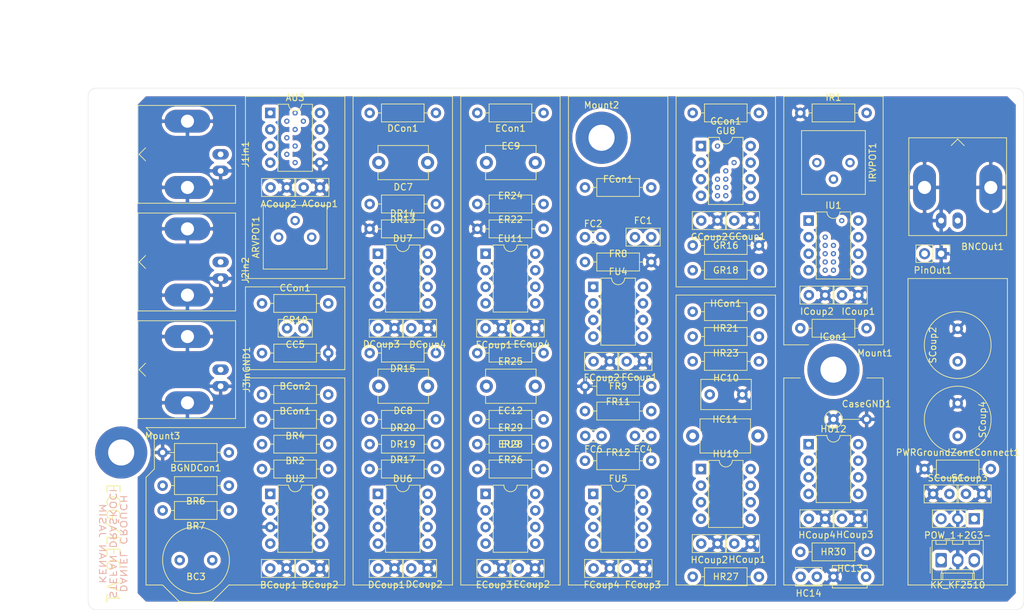
<source format=kicad_pcb>
(kicad_pcb (version 20171130) (host pcbnew "(5.1.0-0)")
  (layers (0 GND_1 power) (1 SIG_1 mixed hide) (2 SIG_2 mixed hide) (31 GND_2 power hide) (34 B.Paste user hide) (35 F.Paste user hide) (36 B.SilkS user) (37 F.SilkS user) (38 B.Mask user) (39 F.Mask user hide) (44 Edge.Cuts user))
  (net 0 "")
  (net 1 +9V)
  (net 2 -9V)
  (net 3 "Net-(ARVPOT1-Pad1)")
  (net 4 "Net-(ARVPOT1-Pad2)")
  (net 5 "Net-(AU3-Pad3)")
  (net 6 "Net-(AU3-Pad6)")
  (net 7 "Net-(AU3-Pad2)")
  (net 8 "Net-(BC3-Pad2)")
  (net 9 "Net-(BC3-Pad1)")
  (net 10 "Net-(BR2-Pad2)")
  (net 11 "Net-(BU2-Pad8)")
  (net 12 "Net-(BU2-Pad5)")
  (net 13 "Net-(BU2-Pad1)")
  (net 14 "Net-(CC5-Pad2)")
  (net 15 "Net-(CC5-Pad1)")
  (net 16 "Net-(DC7-Pad2)")
  (net 17 "Net-(DC7-Pad1)")
  (net 18 "Net-(DC8-Pad2)")
  (net 19 "Net-(DC8-Pad1)")
  (net 20 "Net-(DR17-Pad1)")
  (net 21 "Net-(DR19-Pad1)")
  (net 22 "Net-(DU6-Pad8)")
  (net 23 "Net-(DU6-Pad5)")
  (net 24 "Net-(DU6-Pad1)")
  (net 25 "Net-(DU7-Pad8)")
  (net 26 "Net-(DU7-Pad5)")
  (net 27 "Net-(DU7-Pad1)")
  (net 28 "Net-(EC9-Pad2)")
  (net 29 "Net-(EC9-Pad1)")
  (net 30 "Net-(EC12-Pad2)")
  (net 31 "Net-(EC12-Pad1)")
  (net 32 "Net-(ER26-Pad1)")
  (net 33 "Net-(ER28-Pad1)")
  (net 34 "Net-(EU9-Pad8)")
  (net 35 "Net-(EU9-Pad5)")
  (net 36 "Net-(EU9-Pad1)")
  (net 37 "Net-(EU11-Pad8)")
  (net 38 "Net-(EU11-Pad5)")
  (net 39 "Net-(EU11-Pad1)")
  (net 40 "Net-(FC1-Pad2)")
  (net 41 "Net-(FC1-Pad1)")
  (net 42 "Net-(FC2-Pad1)")
  (net 43 "Net-(FC4-Pad2)")
  (net 44 "Net-(FC4-Pad1)")
  (net 45 "Net-(FC6-Pad1)")
  (net 46 "Net-(FR12-Pad1)")
  (net 47 "Net-(FU4-Pad8)")
  (net 48 "Net-(FU4-Pad5)")
  (net 49 "Net-(FU4-Pad1)")
  (net 50 "Net-(FU5-Pad8)")
  (net 51 "Net-(FU5-Pad5)")
  (net 52 "Net-(FU5-Pad1)")
  (net 53 "Net-(GR16-Pad2)")
  (net 54 "Net-(GR18-Pad1)")
  (net 55 "Net-(GU8-Pad8)")
  (net 56 "Net-(GU8-Pad5)")
  (net 57 "Net-(GU8-Pad1)")
  (net 58 "Net-(HC10-Pad2)")
  (net 59 "Net-(HC11-Pad2)")
  (net 60 "Net-(HC11-Pad1)")
  (net 61 "Net-(HC13-Pad2)")
  (net 62 "Net-(HC14-Pad2)")
  (net 63 "Net-(HC14-Pad1)")
  (net 64 "Net-(HU10-Pad8)")
  (net 65 "Net-(HU10-Pad5)")
  (net 66 "Net-(HU10-Pad1)")
  (net 67 "Net-(HU12-Pad8)")
  (net 68 "Net-(HU12-Pad5)")
  (net 69 "Net-(HU12-Pad1)")
  (net 70 "Net-(IR1-Pad2)")
  (net 71 "Net-(IU1-Pad8)")
  (net 72 "Net-(IU1-Pad5)")
  (net 73 "Net-(IU1-Pad1)")
  (net 74 GND)
  (net 75 GNDA)
  (net 76 "Net-(BCon1-Pad1)")
  (net 77 "Net-(BCon2-Pad1)")
  (net 78 "Net-(BNCOut1-Pad1)")
  (net 79 "Net-(GCon1-Pad2)")
  (net 80 "Net-(HCon1-Pad2)")
  (net 81 "Net-(ICon1-Pad2)")
  (module Resistor_THT:R_Axial_DIN0207_L6.3mm_D2.5mm_P5.08mm_Vertical (layer GND_1) (at 171.45 72.39)
    (fp_text reference CaseGND1 (at 5.08 -2.37) (layer F.SilkS))
    (fp_text value .)
    (pad 2 thru_hole oval (at 5.08 0) (size 1.6 1.6) (drill 0.8) (layers *.Cu *.Mask) (net 74 GND))
    (pad 1 thru_hole circle (at 0 0) (size 1.6 1.6) (drill 0.8) (layers *.Cu *.Mask) (net 74 GND))
  )
  (module MountingHole:MountingHole_4mm_Pad (layer GND_1) (at 171.45 64.77)
    (fp_text reference Mount1 (at 6.35 -2.54) (layer F.SilkS))
    (fp_text value MountingHole_4mm_Pad)
    (pad 1 thru_hole circle (at 0 0) (size 8 8) (drill 4) (layers *.Cu *.Mask))
  )
  (module MountingHole:MountingHole_4mm_Pad (layer GND_1) (at 135.89 29.21)
    (fp_text reference Mount2 (at 0 -5) (layer F.SilkS))
    (fp_text value MountingHole_4mm_Pad)
    (pad 1 thru_hole circle (at 0 0) (size 8 8) (drill 4) (layers *.Cu *.Mask))
  )
  (module MountingHole:MountingHole_4mm_Pad (layer GND_1) (at 62.23 77.47)
    (fp_text reference Mount3 (at 6.35 -2.54) (layer F.SilkS))
    (fp_text value MountingHole_4mm_Pad)
    (pad 1 thru_hole circle (at 0 0) (size 8 8) (drill 4) (layers *.Cu *.Mask))
  )
  (module Package_DIP:DIP-8_W7.62mm (layer GND_1) (at 167.64 41.91)
    (fp_text reference IU1 (at 3.81 -2.33 -180) (layer F.SilkS))
    (fp_text value OP07)
    (pad 8 thru_hole oval (at 7.62 0) (size 1.6 1.6) (drill 0.8) (layers *.Cu *.Mask) (net 71 "Net-(IU1-Pad8)"))
    (pad 4 thru_hole oval (at 0 7.62) (size 1.6 1.6) (drill 0.8) (layers *.Cu *.Mask) (net 2 -9V))
    (pad 7 thru_hole oval (at 7.62 2.54) (size 1.6 1.6) (drill 0.8) (layers *.Cu *.Mask) (net 1 +9V))
    (pad 3 thru_hole oval (at 0 5.08) (size 1.6 1.6) (drill 0.8) (layers *.Cu *.Mask) (net 81 "Net-(ICon1-Pad2)"))
    (pad 6 thru_hole oval (at 7.62 5.08) (size 1.6 1.6) (drill 0.8) (layers *.Cu *.Mask) (net 78 "Net-(BNCOut1-Pad1)"))
    (pad 2 thru_hole oval (at 0 2.54) (size 1.6 1.6) (drill 0.8) (layers *.Cu *.Mask) (net 70 "Net-(IR1-Pad2)"))
    (pad 5 thru_hole oval (at 7.62 7.62) (size 1.6 1.6) (drill 0.8) (layers *.Cu *.Mask) (net 72 "Net-(IU1-Pad5)"))
    (pad 1 thru_hole rect (at 0 0) (size 1.6 1.6) (drill 0.8) (layers *.Cu *.Mask) (net 73 "Net-(IU1-Pad1)"))
  )
  (module Capacitor_THT:C_Disc_D5.0mm_W2.5mm_P2.50mm (layer GND_1) (at 170.18 53.34 180)
    (fp_text reference ICoup2 (at 1.27 -2.5) (layer F.SilkS))
    (fp_text value 0.1u)
    (pad 2 thru_hole circle (at 2.5 0 180) (size 1.6 1.6) (drill 0.8) (layers *.Cu *.Mask) (net 2 -9V))
    (pad 1 thru_hole circle (at 0 0 180) (size 1.6 1.6) (drill 0.8) (layers *.Cu *.Mask) (net 74 GND))
  )
  (module Capacitor_THT:C_Disc_D5.0mm_W2.5mm_P2.50mm (layer GND_1) (at 175.26 53.34 180)
    (fp_text reference ICoup1 (at 0 -2.5) (layer F.SilkS))
    (fp_text value 0.1u)
    (pad 2 thru_hole circle (at 2.5 0 180) (size 1.6 1.6) (drill 0.8) (layers *.Cu *.Mask) (net 1 +9V))
    (pad 1 thru_hole circle (at 0 0 180) (size 1.6 1.6) (drill 0.8) (layers *.Cu *.Mask) (net 74 GND))
  )
  (module Package_DIP:DIP-8_W7.62mm (layer GND_1) (at 118.11 83.82)
    (fp_text reference EU9 (at 3.81 -7.62) (layer F.SilkS))
    (fp_text value OP07)
    (pad 8 thru_hole oval (at 7.62 0) (size 1.6 1.6) (drill 0.8) (layers *.Cu *.Mask) (net 34 "Net-(EU9-Pad8)"))
    (pad 4 thru_hole oval (at 0 7.62) (size 1.6 1.6) (drill 0.8) (layers *.Cu *.Mask) (net 2 -9V))
    (pad 7 thru_hole oval (at 7.62 2.54) (size 1.6 1.6) (drill 0.8) (layers *.Cu *.Mask) (net 1 +9V))
    (pad 3 thru_hole oval (at 0 5.08) (size 1.6 1.6) (drill 0.8) (layers *.Cu *.Mask) (net 33 "Net-(ER28-Pad1)"))
    (pad 6 thru_hole oval (at 7.62 5.08) (size 1.6 1.6) (drill 0.8) (layers *.Cu *.Mask) (net 31 "Net-(EC12-Pad1)"))
    (pad 2 thru_hole oval (at 0 2.54) (size 1.6 1.6) (drill 0.8) (layers *.Cu *.Mask) (net 30 "Net-(EC12-Pad2)"))
    (pad 5 thru_hole oval (at 7.62 7.62) (size 1.6 1.6) (drill 0.8) (layers *.Cu *.Mask) (net 35 "Net-(EU9-Pad5)"))
    (pad 1 thru_hole rect (at 0 0) (size 1.6 1.6) (drill 0.8) (layers *.Cu *.Mask) (net 36 "Net-(EU9-Pad1)"))
  )
  (module Capacitor_THT:C_Disc_D5.0mm_W2.5mm_P2.50mm (layer GND_1) (at 120.65 95.25 180)
    (fp_text reference ECoup3 (at 1.25 -2.5 180) (layer F.SilkS))
    (fp_text value 0.1u)
    (pad 2 thru_hole circle (at 2.5 0 180) (size 1.6 1.6) (drill 0.8) (layers *.Cu *.Mask) (net 2 -9V))
    (pad 1 thru_hole circle (at 0 0 180) (size 1.6 1.6) (drill 0.8) (layers *.Cu *.Mask) (net 74 GND))
  )
  (module Capacitor_THT:C_Disc_D5.0mm_W2.5mm_P2.50mm (layer GND_1) (at 123.19 95.25)
    (fp_text reference ECoup2 (at 2 2.44) (layer F.SilkS))
    (fp_text value 0.1u)
    (pad 2 thru_hole circle (at 2.5 0) (size 1.6 1.6) (drill 0.8) (layers *.Cu *.Mask) (net 74 GND))
    (pad 1 thru_hole circle (at 0 0) (size 1.6 1.6) (drill 0.8) (layers *.Cu *.Mask) (net 1 +9V))
  )
  (module Resistor_THT:R_Axial_DIN0207_L6.3mm_D2.5mm_P10.16mm_Horizontal (layer GND_1) (at 185.42 80.01)
    (fp_text reference PWRGroundZoneConnect1 (at 5.08 -2.54) (layer F.SilkS))
    (fp_text value 0)
    (pad 2 thru_hole oval (at 10.16 0) (size 1.6 1.6) (drill 0.8) (layers *.Cu *.Mask) (net 75 GNDA))
    (pad 1 thru_hole circle (at 0 0) (size 1.6 1.6) (drill 0.8) (layers *.Cu *.Mask) (net 74 GND))
  )
  (module Capacitor_THT:C_Disc_D5.0mm_W2.5mm_P2.50mm (layer GND_1) (at 191.77 83.82)
    (fp_text reference SCoup3 (at 0.54 -2.44) (layer F.SilkS))
    (fp_text value 0.1u)
    (pad 2 thru_hole circle (at 2.5 0) (size 1.6 1.6) (drill 0.8) (layers *.Cu *.Mask) (net 74 GND))
    (pad 1 thru_hole circle (at 0 0) (size 1.6 1.6) (drill 0.8) (layers *.Cu *.Mask) (net 1 +9V))
  )
  (module Capacitor_THT:C_Disc_D5.0mm_W2.5mm_P2.50mm (layer GND_1) (at 189.23 83.82 180)
    (fp_text reference SCoup1 (at 0.54 2.44 180) (layer F.SilkS))
    (fp_text value 0.1u)
    (pad 2 thru_hole circle (at 2.5 0 180) (size 1.6 1.6) (drill 0.8) (layers *.Cu *.Mask) (net 74 GND))
    (pad 1 thru_hole circle (at 0 0 180) (size 1.6 1.6) (drill 0.8) (layers *.Cu *.Mask) (net 2 -9V))
  )
  (module Capacitor_THT:C_Radial_D10.0mm_H12.5mm_P5.00mm (layer GND_1) (at 190.5 74.93 90)
    (fp_text reference SCoup4 (at 2.5 3.81 90) (layer F.SilkS))
    (fp_text value 10u)
    (pad 2 thru_hole circle (at 5 0 90) (size 1.6 1.6) (drill 0.8) (layers *.Cu *.Mask) (net 74 GND))
    (pad 1 thru_hole circle (at 0 0 90) (size 1.6 1.6) (drill 0.8) (layers *.Cu *.Mask) (net 1 +9V))
  )
  (module Capacitor_THT:C_Radial_D10.0mm_H12.5mm_P5.00mm (layer GND_1) (at 190.5 63.5 90)
    (fp_text reference SCoup2 (at 2.5 -3.81 90) (layer F.SilkS))
    (fp_text value 10u)
    (pad 2 thru_hole circle (at 5 0 90) (size 1.6 1.6) (drill 0.8) (layers *.Cu *.Mask) (net 74 GND))
    (pad 1 thru_hole circle (at 0 0 90) (size 1.6 1.6) (drill 0.8) (layers *.Cu *.Mask) (net 2 -9V))
  )
  (module Capacitor_THT:C_Disc_D3.0mm_W1.6mm_P2.50mm (layer GND_1) (at 135.89 74.93 180)
    (fp_text reference FC6 (at 1.25 -2.05 180) (layer F.SilkS))
    (fp_text value 100n)
    (pad 2 thru_hole circle (at 2.5 0 180) (size 1.6 1.6) (drill 0.8) (layers *.Cu *.Mask) (net 44 "Net-(FC4-Pad1)"))
    (pad 1 thru_hole circle (at 0 0 180) (size 1.6 1.6) (drill 0.8) (layers *.Cu *.Mask) (net 45 "Net-(FC6-Pad1)"))
  )
  (module Capacitor_THT:C_Disc_D3.0mm_W1.6mm_P2.50mm (layer GND_1) (at 143.51 74.93 180)
    (fp_text reference FC4 (at 1.25 -2.05 180) (layer F.SilkS))
    (fp_text value 100n)
    (pad 2 thru_hole circle (at 2.5 0 180) (size 1.6 1.6) (drill 0.8) (layers *.Cu *.Mask) (net 43 "Net-(FC4-Pad2)"))
    (pad 1 thru_hole circle (at 0 0 180) (size 1.6 1.6) (drill 0.8) (layers *.Cu *.Mask) (net 44 "Net-(FC4-Pad1)"))
  )
  (module Capacitor_THT:C_Disc_D3.0mm_W1.6mm_P2.50mm (layer GND_1) (at 133.35 44.45)
    (fp_text reference FC2 (at 1.25 -2.05) (layer F.SilkS))
    (fp_text value 100n)
    (pad 2 thru_hole circle (at 2.5 0) (size 1.6 1.6) (drill 0.8) (layers *.Cu *.Mask) (net 41 "Net-(FC1-Pad1)"))
    (pad 1 thru_hole circle (at 0 0) (size 1.6 1.6) (drill 0.8) (layers *.Cu *.Mask) (net 42 "Net-(FC2-Pad1)"))
  )
  (module Capacitor_THT:C_Disc_D5.0mm_W2.5mm_P2.50mm (layer GND_1) (at 158.75 91.44 180)
    (fp_text reference HCoup1 (at 0.54 -2.44 180) (layer F.SilkS))
    (fp_text value 0.1u)
    (pad 2 thru_hole circle (at 2.5 0 180) (size 1.6 1.6) (drill 0.8) (layers *.Cu *.Mask) (net 1 +9V))
    (pad 1 thru_hole circle (at 0 0 180) (size 1.6 1.6) (drill 0.8) (layers *.Cu *.Mask) (net 74 GND))
  )
  (module Connector_PinHeader_2.54mm:PinHeader_1x02_P2.54mm_Vertical (layer GND_1) (at 187.96 46.99 270)
    (fp_text reference PinOut1 (at 2.54 1.27) (layer F.SilkS))
    (fp_text value 01x02Male)
    (pad 1 thru_hole rect (at 0 0 270) (size 1.7 1.7) (drill 1) (layers *.Cu *.Mask) (net 74 GND))
    (pad 2 thru_hole oval (at 0 2.54 270) (size 1.7 1.7) (drill 1) (layers *.Cu *.Mask) (net 78 "Net-(BNCOut1-Pad1)"))
  )
  (module Capacitor_THT:C_Disc_D5.0mm_W2.5mm_P2.50mm (layer GND_1) (at 143.51 44.45 180)
    (fp_text reference FC1 (at 1.25 2.54 180) (layer F.SilkS))
    (fp_text value 100n)
    (pad 2 thru_hole circle (at 2.5 0 180) (size 1.6 1.6) (drill 0.8) (layers *.Cu *.Mask) (net 40 "Net-(FC1-Pad2)"))
    (pad 1 thru_hole circle (at 0 0 180) (size 1.6 1.6) (drill 0.8) (layers *.Cu *.Mask) (net 41 "Net-(FC1-Pad1)"))
  )
  (module Potentiometer_THT:Potentiometer_Bourns_3386P_Vertical (layer GND_1) (at 168.91 33.02 270)
    (fp_text reference IRVPOT1 (at -0.015 -8.555 90) (layer F.SilkS))
    (fp_text value 100k)
    (pad 1 thru_hole circle (at 0 0 270) (size 1.44 1.44) (drill 0.8) (layers *.Cu *.Mask) (net 78 "Net-(BNCOut1-Pad1)"))
    (pad 2 thru_hole circle (at 2.54 -2.54 270) (size 1.44 1.44) (drill 0.8) (layers *.Cu *.Mask) (net 70 "Net-(IR1-Pad2)"))
    (pad 3 thru_hole circle (at 0 -5.08 270) (size 1.44 1.44) (drill 0.8) (layers *.Cu *.Mask) (net 70 "Net-(IR1-Pad2)"))
  )
  (module Resistor_THT:R_Axial_DIN0207_L6.3mm_D2.5mm_P10.16mm_Horizontal (layer GND_1) (at 166.37 25.4)
    (fp_text reference IR1 (at 5.08 -2.37 180) (layer F.SilkS))
    (fp_text value 5.2k)
    (pad 2 thru_hole oval (at 10.16 0) (size 1.6 1.6) (drill 0.8) (layers *.Cu *.Mask) (net 70 "Net-(IR1-Pad2)"))
    (pad 1 thru_hole circle (at 0 0) (size 1.6 1.6) (drill 0.8) (layers *.Cu *.Mask) (net 74 GND))
  )
  (module Resistor_THT:R_Axial_DIN0207_L6.3mm_D2.5mm_P10.16mm_Horizontal (layer GND_1) (at 166.37 58.42)
    (fp_text reference ICon1 (at 5.08 1.27 180) (layer F.SilkS))
    (fp_text value .)
    (pad 2 thru_hole oval (at 10.16 0) (size 1.6 1.6) (drill 0.8) (layers *.Cu *.Mask) (net 81 "Net-(ICon1-Pad2)"))
    (pad 1 thru_hole circle (at 0 0) (size 1.6 1.6) (drill 0.8) (layers *.Cu *.Mask) (net 62 "Net-(HC14-Pad2)"))
  )
  (module Package_DIP:DIP-8_W7.62mm (layer GND_1) (at 85.09 83.82)
    (fp_text reference BU2 (at 3.81 -2.33) (layer F.SilkS))
    (fp_text value OP07)
    (pad 8 thru_hole oval (at 7.62 0) (size 1.6 1.6) (drill 0.8) (layers *.Cu *.Mask) (net 11 "Net-(BU2-Pad8)"))
    (pad 4 thru_hole oval (at 0 7.62) (size 1.6 1.6) (drill 0.8) (layers *.Cu *.Mask) (net 2 -9V))
    (pad 7 thru_hole oval (at 7.62 2.54) (size 1.6 1.6) (drill 0.8) (layers *.Cu *.Mask) (net 1 +9V))
    (pad 3 thru_hole oval (at 0 5.08) (size 1.6 1.6) (drill 0.8) (layers *.Cu *.Mask) (net 74 GND))
    (pad 6 thru_hole oval (at 7.62 5.08) (size 1.6 1.6) (drill 0.8) (layers *.Cu *.Mask) (net 9 "Net-(BC3-Pad1)"))
    (pad 2 thru_hole oval (at 0 2.54) (size 1.6 1.6) (drill 0.8) (layers *.Cu *.Mask) (net 10 "Net-(BR2-Pad2)"))
    (pad 5 thru_hole oval (at 7.62 7.62) (size 1.6 1.6) (drill 0.8) (layers *.Cu *.Mask) (net 12 "Net-(BU2-Pad5)"))
    (pad 1 thru_hole rect (at 0 0) (size 1.6 1.6) (drill 0.8) (layers *.Cu *.Mask) (net 13 "Net-(BU2-Pad1)"))
  )
  (module Resistor_THT:R_Axial_DIN0207_L6.3mm_D2.5mm_P10.16mm_Horizontal (layer GND_1) (at 78.74 86.36 180)
    (fp_text reference BR7 (at 5.08 -2.37 180) (layer F.SilkS))
    (fp_text value 1Meg)
    (pad 2 thru_hole oval (at 10.16 0 180) (size 1.6 1.6) (drill 0.8) (layers *.Cu *.Mask) (net 10 "Net-(BR2-Pad2)"))
    (pad 1 thru_hole circle (at 0 0 180) (size 1.6 1.6) (drill 0.8) (layers *.Cu *.Mask) (net 9 "Net-(BC3-Pad1)"))
  )
  (module Resistor_THT:R_Axial_DIN0207_L6.3mm_D2.5mm_P10.16mm_Horizontal (layer GND_1) (at 78.74 82.55 180)
    (fp_text reference BR6 (at 5.08 -2.37 180) (layer F.SilkS))
    (fp_text value 10k)
    (pad 2 thru_hole oval (at 10.16 0 180) (size 1.6 1.6) (drill 0.8) (layers *.Cu *.Mask) (net 10 "Net-(BR2-Pad2)"))
    (pad 1 thru_hole circle (at 0 0 180) (size 1.6 1.6) (drill 0.8) (layers *.Cu *.Mask) (net 8 "Net-(BC3-Pad2)"))
  )
  (module Resistor_THT:R_Axial_DIN0207_L6.3mm_D2.5mm_P10.16mm_Horizontal (layer GND_1) (at 83.82 76.2)
    (fp_text reference BR4 (at 5.08 -1.27) (layer F.SilkS))
    (fp_text value 24.9k)
    (pad 2 thru_hole oval (at 10.16 0) (size 1.6 1.6) (drill 0.8) (layers *.Cu *.Mask) (net 10 "Net-(BR2-Pad2)"))
    (pad 1 thru_hole circle (at 0 0) (size 1.6 1.6) (drill 0.8) (layers *.Cu *.Mask) (net 77 "Net-(BCon2-Pad1)"))
  )
  (module Resistor_THT:R_Axial_DIN0207_L6.3mm_D2.5mm_P10.16mm_Horizontal (layer GND_1) (at 83.82 80.01)
    (fp_text reference BR2 (at 5.08 -1.27) (layer F.SilkS))
    (fp_text value 24.9k)
    (pad 2 thru_hole oval (at 10.16 0) (size 1.6 1.6) (drill 0.8) (layers *.Cu *.Mask) (net 10 "Net-(BR2-Pad2)"))
    (pad 1 thru_hole circle (at 0 0) (size 1.6 1.6) (drill 0.8) (layers *.Cu *.Mask) (net 76 "Net-(BCon1-Pad1)"))
  )
  (module Resistor_THT:R_Axial_DIN0207_L6.3mm_D2.5mm_P10.16mm_Horizontal (layer GND_1) (at 93.98 68.58 180)
    (fp_text reference BCon2 (at 5.08 1.27 180) (layer F.SilkS))
    (fp_text value .)
    (pad 2 thru_hole oval (at 10.16 0 180) (size 1.6 1.6) (drill 0.8) (layers *.Cu *.Mask) (net 3 "Net-(ARVPOT1-Pad1)"))
    (pad 1 thru_hole circle (at 0 0 180) (size 1.6 1.6) (drill 0.8) (layers *.Cu *.Mask) (net 77 "Net-(BCon2-Pad1)"))
  )
  (module Resistor_THT:R_Axial_DIN0207_L6.3mm_D2.5mm_P10.16mm_Horizontal (layer GND_1) (at 93.98 72.39 180)
    (fp_text reference BCon1 (at 5.08 1.27 180) (layer F.SilkS))
    (fp_text value .)
    (pad 2 thru_hole oval (at 10.16 0 180) (size 1.6 1.6) (drill 0.8) (layers *.Cu *.Mask) (net 4 "Net-(ARVPOT1-Pad2)"))
    (pad 1 thru_hole circle (at 0 0 180) (size 1.6 1.6) (drill 0.8) (layers *.Cu *.Mask) (net 76 "Net-(BCon1-Pad1)"))
  )
  (module Capacitor_THT:C_Radial_D10.0mm_H12.5mm_P5.00mm (layer GND_1) (at 76.2 93.98 180)
    (fp_text reference BC3 (at 2.5 -2.54 180) (layer F.SilkS))
    (fp_text value C)
    (pad 2 thru_hole circle (at 5 0 180) (size 1.6 1.6) (drill 0.8) (layers *.Cu *.Mask) (net 8 "Net-(BC3-Pad2)"))
    (pad 1 thru_hole circle (at 0 0 180) (size 1.6 1.6) (drill 0.8) (layers *.Cu *.Mask) (net 9 "Net-(BC3-Pad1)"))
  )
  (module Capacitor_THT:C_Disc_D5.0mm_W2.5mm_P2.50mm (layer GND_1) (at 92.71 95.25 180)
    (fp_text reference BCoup2 (at 0 -2.5 180) (layer F.SilkS))
    (fp_text value 0.1u)
    (pad 2 thru_hole circle (at 2.5 0 180) (size 1.6 1.6) (drill 0.8) (layers *.Cu *.Mask) (net 1 +9V))
    (pad 1 thru_hole circle (at 0 0 180) (size 1.6 1.6) (drill 0.8) (layers *.Cu *.Mask) (net 74 GND))
  )
  (module Capacitor_THT:C_Disc_D5.0mm_W2.5mm_P2.50mm (layer GND_1) (at 85.09 95.25)
    (fp_text reference BCoup1 (at 1.27 2.54) (layer F.SilkS))
    (fp_text value 0.1u)
    (pad 2 thru_hole circle (at 2.5 0) (size 1.6 1.6) (drill 0.8) (layers *.Cu *.Mask) (net 74 GND))
    (pad 1 thru_hole circle (at 0 0) (size 1.6 1.6) (drill 0.8) (layers *.Cu *.Mask) (net 2 -9V))
  )
  (module Capacitor_THT:C_Disc_D5.0mm_W2.5mm_P2.50mm (layer GND_1) (at 170.18 87.63 180)
    (fp_text reference HCoup4 (at 1.25 -2.5 180) (layer F.SilkS))
    (fp_text value 0.1u)
    (pad 2 thru_hole circle (at 2.5 0 180) (size 1.6 1.6) (drill 0.8) (layers *.Cu *.Mask) (net 2 -9V))
    (pad 1 thru_hole circle (at 0 0 180) (size 1.6 1.6) (drill 0.8) (layers *.Cu *.Mask) (net 74 GND))
  )
  (module Capacitor_THT:C_Disc_D5.0mm_W2.5mm_P2.50mm (layer GND_1) (at 175.26 87.63 180)
    (fp_text reference HCoup3 (at 0.54 -2.44 180) (layer F.SilkS))
    (fp_text value 0.1u)
    (pad 2 thru_hole circle (at 2.5 0 180) (size 1.6 1.6) (drill 0.8) (layers *.Cu *.Mask) (net 1 +9V))
    (pad 1 thru_hole circle (at 0 0 180) (size 1.6 1.6) (drill 0.8) (layers *.Cu *.Mask) (net 74 GND))
  )
  (module Capacitor_THT:C_Disc_D5.0mm_W2.5mm_P2.50mm (layer GND_1) (at 153.67 91.44 180)
    (fp_text reference HCoup2 (at 1.25 -2.5 180) (layer F.SilkS))
    (fp_text value 0.1u)
    (pad 2 thru_hole circle (at 2.5 0 180) (size 1.6 1.6) (drill 0.8) (layers *.Cu *.Mask) (net 2 -9V))
    (pad 1 thru_hole circle (at 0 0 180) (size 1.6 1.6) (drill 0.8) (layers *.Cu *.Mask) (net 74 GND))
  )
  (module Capacitor_THT:C_Disc_D5.0mm_W2.5mm_P2.50mm (layer GND_1) (at 153.67 41.91 180)
    (fp_text reference GCoup2 (at 1.25 -2.5 180) (layer F.SilkS))
    (fp_text value 0.1u)
    (pad 2 thru_hole circle (at 2.5 0 180) (size 1.6 1.6) (drill 0.8) (layers *.Cu *.Mask) (net 2 -9V))
    (pad 1 thru_hole circle (at 0 0 180) (size 1.6 1.6) (drill 0.8) (layers *.Cu *.Mask) (net 74 GND))
  )
  (module Capacitor_THT:C_Disc_D5.0mm_W2.5mm_P2.50mm (layer GND_1) (at 158.75 41.91 180)
    (fp_text reference GCoup1 (at 0.54 -2.44 180) (layer F.SilkS))
    (fp_text value 0.1u)
    (pad 2 thru_hole circle (at 2.5 0 180) (size 1.6 1.6) (drill 0.8) (layers *.Cu *.Mask) (net 1 +9V))
    (pad 1 thru_hole circle (at 0 0 180) (size 1.6 1.6) (drill 0.8) (layers *.Cu *.Mask) (net 74 GND))
  )
  (module Capacitor_THT:C_Disc_D5.0mm_W2.5mm_P2.50mm (layer GND_1) (at 137.16 95.25 180)
    (fp_text reference FCoup4 (at 1.25 -2.5 180) (layer F.SilkS))
    (fp_text value 0.1u)
    (pad 2 thru_hole circle (at 2.5 0 180) (size 1.6 1.6) (drill 0.8) (layers *.Cu *.Mask) (net 2 -9V))
    (pad 1 thru_hole circle (at 0 0 180) (size 1.6 1.6) (drill 0.8) (layers *.Cu *.Mask) (net 74 GND))
  )
  (module Capacitor_THT:C_Disc_D5.0mm_W2.5mm_P2.50mm (layer GND_1) (at 142.24 95.25 180)
    (fp_text reference FCoup3 (at 0 -2.5 180) (layer F.SilkS))
    (fp_text value 0.1u)
    (pad 2 thru_hole circle (at 2.5 0 180) (size 1.6 1.6) (drill 0.8) (layers *.Cu *.Mask) (net 1 +9V))
    (pad 1 thru_hole circle (at 0 0 180) (size 1.6 1.6) (drill 0.8) (layers *.Cu *.Mask) (net 74 GND))
  )
  (module Capacitor_THT:C_Disc_D5.0mm_W2.5mm_P2.50mm (layer GND_1) (at 137.16 63.5 180)
    (fp_text reference FCoup2 (at 1.25 -2.5 180) (layer F.SilkS))
    (fp_text value 0.1u)
    (pad 2 thru_hole circle (at 2.5 0 180) (size 1.6 1.6) (drill 0.8) (layers *.Cu *.Mask) (net 2 -9V))
    (pad 1 thru_hole circle (at 0 0 180) (size 1.6 1.6) (drill 0.8) (layers *.Cu *.Mask) (net 74 GND))
  )
  (module Capacitor_THT:C_Disc_D5.0mm_W2.5mm_P2.50mm (layer GND_1) (at 142.24 63.5 180)
    (fp_text reference FCoup1 (at 0.54 -2.44 180) (layer F.SilkS))
    (fp_text value 0.1u)
    (pad 2 thru_hole circle (at 2.5 0 180) (size 1.6 1.6) (drill 0.8) (layers *.Cu *.Mask) (net 1 +9V))
    (pad 1 thru_hole circle (at 0 0 180) (size 1.6 1.6) (drill 0.8) (layers *.Cu *.Mask) (net 74 GND))
  )
  (module Capacitor_THT:C_Disc_D5.0mm_W2.5mm_P2.50mm (layer GND_1) (at 125.73 58.42 180)
    (fp_text reference ECoup4 (at 0.54 -2.44 180) (layer F.SilkS))
    (fp_text value 0.1u)
    (pad 2 thru_hole circle (at 2.5 0 180) (size 1.6 1.6) (drill 0.8) (layers *.Cu *.Mask) (net 1 +9V))
    (pad 1 thru_hole circle (at 0 0 180) (size 1.6 1.6) (drill 0.8) (layers *.Cu *.Mask) (net 74 GND))
  )
  (module Capacitor_THT:C_Disc_D5.0mm_W2.5mm_P2.50mm (layer GND_1) (at 118.11 58.42)
    (fp_text reference ECoup1 (at 1.27 2.54) (layer F.SilkS))
    (fp_text value 0.1u)
    (pad 2 thru_hole circle (at 2.5 0) (size 1.6 1.6) (drill 0.8) (layers *.Cu *.Mask) (net 74 GND))
    (pad 1 thru_hole circle (at 0 0) (size 1.6 1.6) (drill 0.8) (layers *.Cu *.Mask) (net 2 -9V))
  )
  (module Capacitor_THT:C_Disc_D5.0mm_W2.5mm_P2.50mm (layer GND_1) (at 109.22 58.42 180)
    (fp_text reference DCoup4 (at 0 -2.5 180) (layer F.SilkS))
    (fp_text value 0.1u)
    (pad 2 thru_hole circle (at 2.5 0 180) (size 1.6 1.6) (drill 0.8) (layers *.Cu *.Mask) (net 1 +9V))
    (pad 1 thru_hole circle (at 0 0 180) (size 1.6 1.6) (drill 0.8) (layers *.Cu *.Mask) (net 74 GND))
  )
  (module Capacitor_THT:C_Disc_D5.0mm_W2.5mm_P2.50mm (layer GND_1) (at 104.14 58.42 180)
    (fp_text reference DCoup3 (at 2 -2.44 180) (layer F.SilkS))
    (fp_text value 0.1u)
    (pad 2 thru_hole circle (at 2.5 0 180) (size 1.6 1.6) (drill 0.8) (layers *.Cu *.Mask) (net 2 -9V))
    (pad 1 thru_hole circle (at 0 0 180) (size 1.6 1.6) (drill 0.8) (layers *.Cu *.Mask) (net 74 GND))
  )
  (module Capacitor_THT:C_Disc_D5.0mm_W2.5mm_P2.50mm (layer GND_1) (at 109.22 95.25 180)
    (fp_text reference DCoup2 (at 0.54 -2.44 180) (layer F.SilkS))
    (fp_text value 0.1u)
    (pad 2 thru_hole circle (at 2.5 0 180) (size 1.6 1.6) (drill 0.8) (layers *.Cu *.Mask) (net 1 +9V))
    (pad 1 thru_hole circle (at 0 0 180) (size 1.6 1.6) (drill 0.8) (layers *.Cu *.Mask) (net 74 GND))
  )
  (module Capacitor_THT:C_Disc_D5.0mm_W2.5mm_P2.50mm (layer GND_1) (at 104.14 95.25 180)
    (fp_text reference DCoup1 (at 1.25 -2.5 180) (layer F.SilkS))
    (fp_text value 0.1u)
    (pad 2 thru_hole circle (at 2.5 0 180) (size 1.6 1.6) (drill 0.8) (layers *.Cu *.Mask) (net 2 -9V))
    (pad 1 thru_hole circle (at 0 0 180) (size 1.6 1.6) (drill 0.8) (layers *.Cu *.Mask) (net 74 GND))
  )
  (module Capacitor_THT:C_Disc_D5.0mm_W2.5mm_P2.50mm (layer GND_1) (at 90.17 58.42 180)
    (fp_text reference CC5 (at 1.25 -2.5 180) (layer F.SilkS))
    (fp_text value 0.1u)
    (pad 2 thru_hole circle (at 2.5 0 180) (size 1.6 1.6) (drill 0.8) (layers *.Cu *.Mask) (net 14 "Net-(CC5-Pad2)"))
    (pad 1 thru_hole circle (at 0 0 180) (size 1.6 1.6) (drill 0.8) (layers *.Cu *.Mask) (net 15 "Net-(CC5-Pad1)"))
  )
  (module Capacitor_THT:C_Disc_D5.0mm_W2.5mm_P2.50mm (layer GND_1) (at 87.63 36.83 180)
    (fp_text reference ACoup2 (at 1.27 -2.54 180) (layer F.SilkS))
    (fp_text value 0.1u)
    (pad 2 thru_hole circle (at 2.5 0 180) (size 1.6 1.6) (drill 0.8) (layers *.Cu *.Mask) (net 2 -9V))
    (pad 1 thru_hole circle (at 0 0 180) (size 1.6 1.6) (drill 0.8) (layers *.Cu *.Mask) (net 74 GND))
  )
  (module Capacitor_THT:C_Disc_D5.0mm_W2.5mm_P2.50mm (layer GND_1) (at 92.71 36.83 180)
    (fp_text reference ACoup1 (at 0 -2.5 180) (layer F.SilkS))
    (fp_text value 0.1u)
    (pad 2 thru_hole circle (at 2.5 0 180) (size 1.6 1.6) (drill 0.8) (layers *.Cu *.Mask) (net 1 +9V))
    (pad 1 thru_hole circle (at 0 0 180) (size 1.6 1.6) (drill 0.8) (layers *.Cu *.Mask) (net 74 GND))
  )
  (module Connector_Molex:Molex_KK-254_AE-6410-03A_1x03_P2.54mm_Vertical (layer GND_1) (at 187.96 93.98)
    (fp_text reference KK_KF2510 (at 2.54 3.81) (layer F.SilkS))
    (fp_text value KK_KF2510)
    (pad 3 thru_hole oval (at 5.08 0) (size 1.74 2.2) (drill 1.2) (layers *.Cu *.Mask) (net 1 +9V))
    (pad 2 thru_hole oval (at 2.54 0) (size 1.74 2.2) (drill 1.2) (layers *.Cu *.Mask) (net 74 GND))
    (pad 1 thru_hole roundrect (at 0 0) (size 1.74 2.2) (drill 1.2) (layers *.Cu *.Mask) (roundrect_rratio 0.143678) (net 2 -9V))
  )
  (module Connector_Coaxial:BNC_Amphenol_B6252HB-NPP3G-50_Horizontal (layer GND_1) (at 77.47 64.77 90)
    (fp_text reference J3InGND1 (at 0 4 90) (layer F.SilkS))
    (fp_text value BNCGnd)
    (pad 2 thru_hole oval (at -2.54 0 90) (size 1.6 2.5) (drill 0.89) (layers *.Cu *.Mask) (net 74 GND))
    (pad 1 thru_hole oval (at 0 0 90) (size 1.6 2.5) (drill 0.89) (layers *.Cu *.Mask) (net 9 "Net-(BC3-Pad1)"))
    (pad 2 thru_hole oval (at 5.08 -5.08 90) (size 3.5 7) (drill 2.01) (layers *.Cu *.Mask) (net 74 GND))
    (pad 2 thru_hole oval (at -5.08 -5.08 90) (size 3.5 7) (drill 2.01) (layers *.Cu *.Mask) (net 74 GND))
  )
  (module Connector_Coaxial:BNC_Amphenol_B6252HB-NPP3G-50_Horizontal (layer GND_1) (at 77.47 48.26 90)
    (fp_text reference J2In2 (at -1.27 3.81 270) (layer F.SilkS))
    (fp_text value BNCIn2)
    (pad 2 thru_hole oval (at -2.54 0 90) (size 1.6 2.5) (drill 0.89) (layers *.Cu *.Mask) (net 74 GND))
    (pad 1 thru_hole oval (at 0 0 90) (size 1.6 2.5) (drill 0.89) (layers *.Cu *.Mask) (net 5 "Net-(AU3-Pad3)"))
    (pad 2 thru_hole oval (at 5.08 -5.08 90) (size 3.5 7) (drill 2.01) (layers *.Cu *.Mask) (net 74 GND))
    (pad 2 thru_hole oval (at -5.08 -5.08 90) (size 3.5 7) (drill 2.01) (layers *.Cu *.Mask) (net 74 GND))
  )
  (module Connector_Coaxial:BNC_Amphenol_B6252HB-NPP3G-50_Horizontal (layer GND_1) (at 77.47 31.75 90)
    (fp_text reference J1In1 (at 0 3.81 270) (layer F.SilkS))
    (fp_text value BNCIn1)
    (pad 2 thru_hole oval (at -2.54 0 90) (size 1.6 2.5) (drill 0.89) (layers *.Cu *.Mask) (net 74 GND))
    (pad 1 thru_hole oval (at 0 0 90) (size 1.6 2.5) (drill 0.89) (layers *.Cu *.Mask) (net 7 "Net-(AU3-Pad2)"))
    (pad 2 thru_hole oval (at 5.08 -5.08 90) (size 3.5 7) (drill 2.01) (layers *.Cu *.Mask) (net 74 GND))
    (pad 2 thru_hole oval (at -5.08 -5.08 90) (size 3.5 7) (drill 2.01) (layers *.Cu *.Mask) (net 74 GND))
  )
  (module Package_DIP:DIP-8_W7.62mm (layer GND_1) (at 167.64 76.2)
    (fp_text reference HU12 (at 3.81 -2.33) (layer F.SilkS))
    (fp_text value OP07)
    (pad 8 thru_hole oval (at 7.62 0) (size 1.6 1.6) (drill 0.8) (layers *.Cu *.Mask) (net 67 "Net-(HU12-Pad8)"))
    (pad 4 thru_hole oval (at 0 7.62) (size 1.6 1.6) (drill 0.8) (layers *.Cu *.Mask) (net 2 -9V))
    (pad 7 thru_hole oval (at 7.62 2.54) (size 1.6 1.6) (drill 0.8) (layers *.Cu *.Mask) (net 1 +9V))
    (pad 3 thru_hole oval (at 0 5.08) (size 1.6 1.6) (drill 0.8) (layers *.Cu *.Mask) (net 61 "Net-(HC13-Pad2)"))
    (pad 6 thru_hole oval (at 7.62 5.08) (size 1.6 1.6) (drill 0.8) (layers *.Cu *.Mask) (net 62 "Net-(HC14-Pad2)"))
    (pad 2 thru_hole oval (at 0 2.54) (size 1.6 1.6) (drill 0.8) (layers *.Cu *.Mask) (net 62 "Net-(HC14-Pad2)"))
    (pad 5 thru_hole oval (at 7.62 7.62) (size 1.6 1.6) (drill 0.8) (layers *.Cu *.Mask) (net 68 "Net-(HU12-Pad5)"))
    (pad 1 thru_hole rect (at 0 0) (size 1.6 1.6) (drill 0.8) (layers *.Cu *.Mask) (net 69 "Net-(HU12-Pad1)"))
  )
  (module Package_DIP:DIP-8_W7.62mm (layer GND_1) (at 151.13 80.01)
    (fp_text reference HU10 (at 3.81 -2.33) (layer F.SilkS))
    (fp_text value OP07)
    (pad 8 thru_hole oval (at 7.62 0) (size 1.6 1.6) (drill 0.8) (layers *.Cu *.Mask) (net 64 "Net-(HU10-Pad8)"))
    (pad 4 thru_hole oval (at 0 7.62) (size 1.6 1.6) (drill 0.8) (layers *.Cu *.Mask) (net 2 -9V))
    (pad 7 thru_hole oval (at 7.62 2.54) (size 1.6 1.6) (drill 0.8) (layers *.Cu *.Mask) (net 1 +9V))
    (pad 3 thru_hole oval (at 0 5.08) (size 1.6 1.6) (drill 0.8) (layers *.Cu *.Mask) (net 58 "Net-(HC10-Pad2)"))
    (pad 6 thru_hole oval (at 7.62 5.08) (size 1.6 1.6) (drill 0.8) (layers *.Cu *.Mask) (net 60 "Net-(HC11-Pad1)"))
    (pad 2 thru_hole oval (at 0 2.54) (size 1.6 1.6) (drill 0.8) (layers *.Cu *.Mask) (net 60 "Net-(HC11-Pad1)"))
    (pad 5 thru_hole oval (at 7.62 7.62) (size 1.6 1.6) (drill 0.8) (layers *.Cu *.Mask) (net 65 "Net-(HU10-Pad5)"))
    (pad 1 thru_hole rect (at 0 0) (size 1.6 1.6) (drill 0.8) (layers *.Cu *.Mask) (net 66 "Net-(HU10-Pad1)"))
  )
  (module Resistor_THT:R_Axial_DIN0207_L6.3mm_D2.5mm_P10.16mm_Horizontal (layer GND_1) (at 176.53 92.71 180)
    (fp_text reference HR30 (at 5.08 0 180) (layer F.SilkS))
    (fp_text value 413k)
    (pad 2 thru_hole oval (at 10.16 0 180) (size 1.6 1.6) (drill 0.8) (layers *.Cu *.Mask) (net 63 "Net-(HC14-Pad1)"))
    (pad 1 thru_hole circle (at 0 0 180) (size 1.6 1.6) (drill 0.8) (layers *.Cu *.Mask) (net 61 "Net-(HC13-Pad2)"))
  )
  (module Resistor_THT:R_Axial_DIN0207_L6.3mm_D2.5mm_P10.16mm_Horizontal (layer GND_1) (at 160.02 96.52 180)
    (fp_text reference HR27 (at 5.08 0 180) (layer F.SilkS))
    (fp_text value 413k)
    (pad 2 thru_hole oval (at 10.16 0 180) (size 1.6 1.6) (drill 0.8) (layers *.Cu *.Mask) (net 60 "Net-(HC11-Pad1)"))
    (pad 1 thru_hole circle (at 0 0 180) (size 1.6 1.6) (drill 0.8) (layers *.Cu *.Mask) (net 63 "Net-(HC14-Pad1)"))
  )
  (module Resistor_THT:R_Axial_DIN0207_L6.3mm_D2.5mm_P10.16mm_Horizontal (layer GND_1) (at 149.86 63.5)
    (fp_text reference HR23 (at 5.08 -1.27) (layer F.SilkS))
    (fp_text value 1.52Meg)
    (pad 2 thru_hole oval (at 10.16 0) (size 1.6 1.6) (drill 0.8) (layers *.Cu *.Mask) (net 59 "Net-(HC11-Pad2)"))
    (pad 1 thru_hole circle (at 0 0) (size 1.6 1.6) (drill 0.8) (layers *.Cu *.Mask) (net 58 "Net-(HC10-Pad2)"))
  )
  (module Resistor_THT:R_Axial_DIN0207_L6.3mm_D2.5mm_P10.16mm_Horizontal (layer GND_1) (at 160.02 59.69 180)
    (fp_text reference HR21 (at 5.08 1.27 180) (layer F.SilkS))
    (fp_text value 61.7k)
    (pad 2 thru_hole oval (at 10.16 0 180) (size 1.6 1.6) (drill 0.8) (layers *.Cu *.Mask) (net 80 "Net-(HCon1-Pad2)"))
    (pad 1 thru_hole circle (at 0 0 180) (size 1.6 1.6) (drill 0.8) (layers *.Cu *.Mask) (net 59 "Net-(HC11-Pad2)"))
  )
  (module Resistor_THT:R_Axial_DIN0207_L6.3mm_D2.5mm_P10.16mm_Horizontal (layer GND_1) (at 160.02 55.88 180)
    (fp_text reference HCon1 (at 5.08 1.27 180) (layer F.SilkS))
    (fp_text value .)
    (pad 2 thru_hole oval (at 10.16 0 180) (size 1.6 1.6) (drill 0.8) (layers *.Cu *.Mask) (net 80 "Net-(HCon1-Pad2)"))
    (pad 1 thru_hole circle (at 0 0 180) (size 1.6 1.6) (drill 0.8) (layers *.Cu *.Mask) (net 54 "Net-(GR18-Pad1)"))
  )
  (module Capacitor_THT:C_Disc_D3.8mm_W2.6mm_P2.50mm (layer GND_1) (at 168.91 96.52 180)
    (fp_text reference HC14 (at 1.27 -2.54 180) (layer F.SilkS))
    (fp_text value 43n)
    (pad 2 thru_hole circle (at 2.5 0 180) (size 1.6 1.6) (drill 0.8) (layers *.Cu *.Mask) (net 62 "Net-(HC14-Pad2)"))
    (pad 1 thru_hole circle (at 0 0 180) (size 1.6 1.6) (drill 0.8) (layers *.Cu *.Mask) (net 63 "Net-(HC14-Pad1)"))
  )
  (module Capacitor_THT:C_Disc_D5.1mm_W3.2mm_P5.00mm (layer GND_1) (at 171.45 96.52)
    (fp_text reference HC13 (at 2.54 -1.27) (layer F.SilkS))
    (fp_text value 2.4n)
    (pad 2 thru_hole circle (at 5 0) (size 1.6 1.6) (drill 0.8) (layers *.Cu *.Mask) (net 61 "Net-(HC13-Pad2)"))
    (pad 1 thru_hole circle (at 0 0) (size 1.6 1.6) (drill 0.8) (layers *.Cu *.Mask) (net 74 GND))
  )
  (module Capacitor_THT:C_Disc_D7.5mm_W5.0mm_P10.00mm (layer GND_1) (at 149.86 74.93)
    (fp_text reference HC11 (at 5 -2.54) (layer F.SilkS))
    (fp_text value 62n)
    (pad 2 thru_hole circle (at 10 0) (size 2 2) (drill 1) (layers *.Cu *.Mask) (net 59 "Net-(HC11-Pad2)"))
    (pad 1 thru_hole circle (at 0 0) (size 2 2) (drill 1) (layers *.Cu *.Mask) (net 60 "Net-(HC11-Pad1)"))
  )
  (module Capacitor_THT:C_Disc_D7.5mm_W4.4mm_P5.00mm (layer GND_1) (at 157.48 68.58 180)
    (fp_text reference HC10 (at 2.5 2.54 180) (layer F.SilkS))
    (fp_text value 6.2n)
    (pad 2 thru_hole circle (at 5 0 180) (size 1.6 1.6) (drill 0.8) (layers *.Cu *.Mask) (net 58 "Net-(HC10-Pad2)"))
    (pad 1 thru_hole circle (at 0 0 180) (size 1.6 1.6) (drill 0.8) (layers *.Cu *.Mask) (net 74 GND))
  )
  (module Package_DIP:DIP-8_W7.62mm (layer GND_1) (at 151.13 30.48)
    (fp_text reference GU8 (at 3.81 -2.33) (layer F.SilkS))
    (fp_text value OP07)
    (pad 8 thru_hole oval (at 7.62 0) (size 1.6 1.6) (drill 0.8) (layers *.Cu *.Mask) (net 55 "Net-(GU8-Pad8)"))
    (pad 4 thru_hole oval (at 0 7.62) (size 1.6 1.6) (drill 0.8) (layers *.Cu *.Mask) (net 2 -9V))
    (pad 7 thru_hole oval (at 7.62 2.54) (size 1.6 1.6) (drill 0.8) (layers *.Cu *.Mask) (net 1 +9V))
    (pad 3 thru_hole oval (at 0 5.08) (size 1.6 1.6) (drill 0.8) (layers *.Cu *.Mask) (net 79 "Net-(GCon1-Pad2)"))
    (pad 6 thru_hole oval (at 7.62 5.08) (size 1.6 1.6) (drill 0.8) (layers *.Cu *.Mask) (net 54 "Net-(GR18-Pad1)"))
    (pad 2 thru_hole oval (at 0 2.54) (size 1.6 1.6) (drill 0.8) (layers *.Cu *.Mask) (net 53 "Net-(GR16-Pad2)"))
    (pad 5 thru_hole oval (at 7.62 7.62) (size 1.6 1.6) (drill 0.8) (layers *.Cu *.Mask) (net 56 "Net-(GU8-Pad5)"))
    (pad 1 thru_hole rect (at 0 0) (size 1.6 1.6) (drill 0.8) (layers *.Cu *.Mask) (net 57 "Net-(GU8-Pad1)"))
  )
  (module Resistor_THT:R_Axial_DIN0207_L6.3mm_D2.5mm_P10.16mm_Horizontal (layer GND_1) (at 160.02 49.53 180)
    (fp_text reference GR18 (at 5.08 0 180) (layer F.SilkS))
    (fp_text value 190k)
    (pad 2 thru_hole oval (at 10.16 0 180) (size 1.6 1.6) (drill 0.8) (layers *.Cu *.Mask) (net 53 "Net-(GR16-Pad2)"))
    (pad 1 thru_hole circle (at 0 0 180) (size 1.6 1.6) (drill 0.8) (layers *.Cu *.Mask) (net 54 "Net-(GR18-Pad1)"))
  )
  (module Resistor_THT:R_Axial_DIN0207_L6.3mm_D2.5mm_P10.16mm_Horizontal (layer GND_1) (at 160.02 45.72 180)
    (fp_text reference GR16 (at 5.08 0 180) (layer F.SilkS))
    (fp_text value 10k)
    (pad 2 thru_hole oval (at 10.16 0 180) (size 1.6 1.6) (drill 0.8) (layers *.Cu *.Mask) (net 53 "Net-(GR16-Pad2)"))
    (pad 1 thru_hole circle (at 0 0 180) (size 1.6 1.6) (drill 0.8) (layers *.Cu *.Mask) (net 74 GND))
  )
  (module Resistor_THT:R_Axial_DIN0207_L6.3mm_D2.5mm_P10.16mm_Horizontal (layer GND_1) (at 149.86 25.4)
    (fp_text reference GCon1 (at 5.08 1.27 180) (layer F.SilkS))
    (fp_text value .)
    (pad 2 thru_hole oval (at 10.16 0) (size 1.6 1.6) (drill 0.8) (layers *.Cu *.Mask) (net 79 "Net-(GCon1-Pad2)"))
    (pad 1 thru_hole circle (at 0 0) (size 1.6 1.6) (drill 0.8) (layers *.Cu *.Mask) (net 46 "Net-(FR12-Pad1)"))
  )
  (module Package_DIP:DIP-8_W7.62mm (layer GND_1) (at 134.62 83.82)
    (fp_text reference FU5 (at 3.81 -2.33) (layer F.SilkS))
    (fp_text value OP07)
    (pad 8 thru_hole oval (at 7.62 0) (size 1.6 1.6) (drill 0.8) (layers *.Cu *.Mask) (net 50 "Net-(FU5-Pad8)"))
    (pad 4 thru_hole oval (at 0 7.62) (size 1.6 1.6) (drill 0.8) (layers *.Cu *.Mask) (net 2 -9V))
    (pad 7 thru_hole oval (at 7.62 2.54) (size 1.6 1.6) (drill 0.8) (layers *.Cu *.Mask) (net 1 +9V))
    (pad 3 thru_hole oval (at 0 5.08) (size 1.6 1.6) (drill 0.8) (layers *.Cu *.Mask) (net 45 "Net-(FC6-Pad1)"))
    (pad 6 thru_hole oval (at 7.62 5.08) (size 1.6 1.6) (drill 0.8) (layers *.Cu *.Mask) (net 46 "Net-(FR12-Pad1)"))
    (pad 2 thru_hole oval (at 0 2.54) (size 1.6 1.6) (drill 0.8) (layers *.Cu *.Mask) (net 46 "Net-(FR12-Pad1)"))
    (pad 5 thru_hole oval (at 7.62 7.62) (size 1.6 1.6) (drill 0.8) (layers *.Cu *.Mask) (net 51 "Net-(FU5-Pad5)"))
    (pad 1 thru_hole rect (at 0 0) (size 1.6 1.6) (drill 0.8) (layers *.Cu *.Mask) (net 52 "Net-(FU5-Pad1)"))
  )
  (module Package_DIP:DIP-8_W7.62mm (layer GND_1) (at 134.62 52.07)
    (fp_text reference FU4 (at 3.81 -2.33) (layer F.SilkS))
    (fp_text value OP07)
    (pad 8 thru_hole oval (at 7.62 0) (size 1.6 1.6) (drill 0.8) (layers *.Cu *.Mask) (net 47 "Net-(FU4-Pad8)"))
    (pad 4 thru_hole oval (at 0 7.62) (size 1.6 1.6) (drill 0.8) (layers *.Cu *.Mask) (net 2 -9V))
    (pad 7 thru_hole oval (at 7.62 2.54) (size 1.6 1.6) (drill 0.8) (layers *.Cu *.Mask) (net 1 +9V))
    (pad 3 thru_hole oval (at 0 5.08) (size 1.6 1.6) (drill 0.8) (layers *.Cu *.Mask) (net 42 "Net-(FC2-Pad1)"))
    (pad 6 thru_hole oval (at 7.62 5.08) (size 1.6 1.6) (drill 0.8) (layers *.Cu *.Mask) (net 43 "Net-(FC4-Pad2)"))
    (pad 2 thru_hole oval (at 0 2.54) (size 1.6 1.6) (drill 0.8) (layers *.Cu *.Mask) (net 43 "Net-(FC4-Pad2)"))
    (pad 5 thru_hole oval (at 7.62 7.62) (size 1.6 1.6) (drill 0.8) (layers *.Cu *.Mask) (net 48 "Net-(FU4-Pad5)"))
    (pad 1 thru_hole rect (at 0 0) (size 1.6 1.6) (drill 0.8) (layers *.Cu *.Mask) (net 49 "Net-(FU4-Pad1)"))
  )
  (module Resistor_THT:R_Axial_DIN0207_L6.3mm_D2.5mm_P10.16mm_Horizontal (layer GND_1) (at 143.51 78.74 180)
    (fp_text reference FR12 (at 5.08 1.27 180) (layer F.SilkS))
    (fp_text value 516k)
    (pad 2 thru_hole oval (at 10.16 0 180) (size 1.6 1.6) (drill 0.8) (layers *.Cu *.Mask) (net 44 "Net-(FC4-Pad1)"))
    (pad 1 thru_hole circle (at 0 0 180) (size 1.6 1.6) (drill 0.8) (layers *.Cu *.Mask) (net 46 "Net-(FR12-Pad1)"))
  )
  (module Resistor_THT:R_Axial_DIN0207_L6.3mm_D2.5mm_P10.16mm_Horizontal (layer GND_1) (at 143.51 67.31 180)
    (fp_text reference FR11 (at 5.08 -2.37 180) (layer F.SilkS))
    (fp_text value 590k)
    (pad 2 thru_hole oval (at 10.16 0 180) (size 1.6 1.6) (drill 0.8) (layers *.Cu *.Mask) (net 74 GND))
    (pad 1 thru_hole circle (at 0 0 180) (size 1.6 1.6) (drill 0.8) (layers *.Cu *.Mask) (net 45 "Net-(FC6-Pad1)"))
  )
  (module Resistor_THT:R_Axial_DIN0207_L6.3mm_D2.5mm_P10.16mm_Horizontal (layer GND_1) (at 133.35 71.12)
    (fp_text reference FR9 (at 5.08 -3.81) (layer F.SilkS))
    (fp_text value 236k)
    (pad 2 thru_hole oval (at 10.16 0) (size 1.6 1.6) (drill 0.8) (layers *.Cu *.Mask) (net 43 "Net-(FC4-Pad2)"))
    (pad 1 thru_hole circle (at 0 0) (size 1.6 1.6) (drill 0.8) (layers *.Cu *.Mask) (net 41 "Net-(FC1-Pad1)"))
  )
  (module Resistor_THT:R_Axial_DIN0207_L6.3mm_D2.5mm_P10.16mm_Horizontal (layer GND_1) (at 143.51 48.26 180)
    (fp_text reference FR8 (at 5.08 1.27 180) (layer F.SilkS))
    (fp_text value 1.5Meg)
    (pad 2 thru_hole oval (at 10.16 0 180) (size 1.6 1.6) (drill 0.8) (layers *.Cu *.Mask) (net 42 "Net-(FC2-Pad1)"))
    (pad 1 thru_hole circle (at 0 0 180) (size 1.6 1.6) (drill 0.8) (layers *.Cu *.Mask) (net 74 GND))
  )
  (module Resistor_THT:R_Axial_DIN0207_L6.3mm_D2.5mm_P10.16mm_Horizontal (layer GND_1) (at 143.51 36.83 180)
    (fp_text reference FCon1 (at 5.08 1.27 180) (layer F.SilkS))
    (fp_text value .)
    (pad 2 thru_hole oval (at 10.16 0 180) (size 1.6 1.6) (drill 0.8) (layers *.Cu *.Mask) (net 32 "Net-(ER26-Pad1)"))
    (pad 1 thru_hole circle (at 0 0 180) (size 1.6 1.6) (drill 0.8) (layers *.Cu *.Mask) (net 40 "Net-(FC1-Pad2)"))
  )
  (module Package_DIP:DIP-8_W7.62mm (layer GND_1) (at 118.11 46.99)
    (fp_text reference EU11 (at 3.81 -2.33) (layer F.SilkS))
    (fp_text value OP07)
    (pad 8 thru_hole oval (at 7.62 0) (size 1.6 1.6) (drill 0.8) (layers *.Cu *.Mask) (net 37 "Net-(EU11-Pad8)"))
    (pad 4 thru_hole oval (at 0 7.62) (size 1.6 1.6) (drill 0.8) (layers *.Cu *.Mask) (net 2 -9V))
    (pad 7 thru_hole oval (at 7.62 2.54) (size 1.6 1.6) (drill 0.8) (layers *.Cu *.Mask) (net 1 +9V))
    (pad 3 thru_hole oval (at 0 5.08) (size 1.6 1.6) (drill 0.8) (layers *.Cu *.Mask) (net 29 "Net-(EC9-Pad1)"))
    (pad 6 thru_hole oval (at 7.62 5.08) (size 1.6 1.6) (drill 0.8) (layers *.Cu *.Mask) (net 32 "Net-(ER26-Pad1)"))
    (pad 2 thru_hole oval (at 0 2.54) (size 1.6 1.6) (drill 0.8) (layers *.Cu *.Mask) (net 30 "Net-(EC12-Pad2)"))
    (pad 5 thru_hole oval (at 7.62 7.62) (size 1.6 1.6) (drill 0.8) (layers *.Cu *.Mask) (net 38 "Net-(EU11-Pad5)"))
    (pad 1 thru_hole rect (at 0 0) (size 1.6 1.6) (drill 0.8) (layers *.Cu *.Mask) (net 39 "Net-(EU11-Pad1)"))
  )
  (module Resistor_THT:R_Axial_DIN0207_L6.3mm_D2.5mm_P10.16mm_Horizontal (layer GND_1) (at 116.84 72.39)
    (fp_text reference ER29 (at 5.08 1.27) (layer F.SilkS))
    (fp_text value 100k)
    (pad 2 thru_hole oval (at 10.16 0) (size 1.6 1.6) (drill 0.8) (layers *.Cu *.Mask) (net 33 "Net-(ER28-Pad1)"))
    (pad 1 thru_hole circle (at 0 0) (size 1.6 1.6) (drill 0.8) (layers *.Cu *.Mask) (net 28 "Net-(EC9-Pad2)"))
  )
  (module Resistor_THT:R_Axial_DIN0207_L6.3mm_D2.5mm_P10.16mm_Horizontal (layer GND_1) (at 116.84 80.01)
    (fp_text reference ER28 (at 5.08 -3.81 180) (layer F.SilkS))
    (fp_text value 100k)
    (pad 2 thru_hole oval (at 10.16 0) (size 1.6 1.6) (drill 0.8) (layers *.Cu *.Mask) (net 32 "Net-(ER26-Pad1)"))
    (pad 1 thru_hole circle (at 0 0) (size 1.6 1.6) (drill 0.8) (layers *.Cu *.Mask) (net 33 "Net-(ER28-Pad1)"))
  )
  (module Resistor_THT:R_Axial_DIN0207_L6.3mm_D2.5mm_P10.16mm_Horizontal (layer GND_1) (at 127 76.2 180)
    (fp_text reference ER26 (at 5.08 -2.37) (layer F.SilkS))
    (fp_text value 39k)
    (pad 2 thru_hole oval (at 10.16 0 180) (size 1.6 1.6) (drill 0.8) (layers *.Cu *.Mask) (net 30 "Net-(EC12-Pad2)"))
    (pad 1 thru_hole circle (at 0 0 180) (size 1.6 1.6) (drill 0.8) (layers *.Cu *.Mask) (net 32 "Net-(ER26-Pad1)"))
  )
  (module Resistor_THT:R_Axial_DIN0207_L6.3mm_D2.5mm_P10.16mm_Horizontal (layer GND_1) (at 127 62.23 180)
    (fp_text reference ER25 (at 5.08 -1.27 180) (layer F.SilkS))
    (fp_text value 39k)
    (pad 2 thru_hole oval (at 10.16 0 180) (size 1.6 1.6) (drill 0.8) (layers *.Cu *.Mask) (net 29 "Net-(EC9-Pad1)"))
    (pad 1 thru_hole circle (at 0 0 180) (size 1.6 1.6) (drill 0.8) (layers *.Cu *.Mask) (net 31 "Net-(EC12-Pad1)"))
  )
  (module Resistor_THT:R_Axial_DIN0207_L6.3mm_D2.5mm_P10.16mm_Horizontal (layer GND_1) (at 116.84 43.18)
    (fp_text reference ER24 (at 5.08 -5.08) (layer F.SilkS))
    (fp_text value 760k)
    (pad 2 thru_hole oval (at 10.16 0) (size 1.6 1.6) (drill 0.8) (layers *.Cu *.Mask) (net 29 "Net-(EC9-Pad1)"))
    (pad 1 thru_hole circle (at 0 0) (size 1.6 1.6) (drill 0.8) (layers *.Cu *.Mask) (net 74 GND))
  )
  (module Resistor_THT:R_Axial_DIN0207_L6.3mm_D2.5mm_P10.16mm_Horizontal (layer GND_1) (at 127 39.37 180)
    (fp_text reference ER22 (at 5.08 -2.37 180) (layer F.SilkS))
    (fp_text value 760k)
    (pad 2 thru_hole oval (at 10.16 0 180) (size 1.6 1.6) (drill 0.8) (layers *.Cu *.Mask) (net 28 "Net-(EC9-Pad2)"))
    (pad 1 thru_hole circle (at 0 0 180) (size 1.6 1.6) (drill 0.8) (layers *.Cu *.Mask) (net 29 "Net-(EC9-Pad1)"))
  )
  (module Resistor_THT:R_Axial_DIN0207_L6.3mm_D2.5mm_P10.16mm_Horizontal (layer GND_1) (at 127 25.4 180)
    (fp_text reference ECon1 (at 5.08 -2.37) (layer F.SilkS))
    (fp_text value .)
    (pad 2 thru_hole oval (at 10.16 0 180) (size 1.6 1.6) (drill 0.8) (layers *.Cu *.Mask) (net 20 "Net-(DR17-Pad1)"))
    (pad 1 thru_hole circle (at 0 0 180) (size 1.6 1.6) (drill 0.8) (layers *.Cu *.Mask) (net 28 "Net-(EC9-Pad2)"))
  )
  (module Capacitor_THT:C_Disc_D7.5mm_W5.0mm_P7.50mm (layer GND_1) (at 125.73 67.31 180)
    (fp_text reference EC12 (at 3.81 -3.75 180) (layer F.SilkS))
    (fp_text value 82n)
    (pad 2 thru_hole circle (at 7.5 0 180) (size 2 2) (drill 1) (layers *.Cu *.Mask) (net 30 "Net-(EC12-Pad2)"))
    (pad 1 thru_hole circle (at 0 0 180) (size 2 2) (drill 1) (layers *.Cu *.Mask) (net 31 "Net-(EC12-Pad1)"))
  )
  (module Capacitor_THT:C_Disc_D7.5mm_W5.0mm_P7.50mm (layer GND_1) (at 125.73 33.02 180)
    (fp_text reference EC9 (at 3.75 2.54 180) (layer F.SilkS))
    (fp_text value 82n)
    (pad 2 thru_hole circle (at 7.5 0 180) (size 2 2) (drill 1) (layers *.Cu *.Mask) (net 28 "Net-(EC9-Pad2)"))
    (pad 1 thru_hole circle (at 0 0 180) (size 2 2) (drill 1) (layers *.Cu *.Mask) (net 29 "Net-(EC9-Pad1)"))
  )
  (module Package_DIP:DIP-8_W7.62mm (layer GND_1) (at 101.6 46.99)
    (fp_text reference DU7 (at 3.81 -2.33) (layer F.SilkS))
    (fp_text value OP07)
    (pad 8 thru_hole oval (at 7.62 0) (size 1.6 1.6) (drill 0.8) (layers *.Cu *.Mask) (net 25 "Net-(DU7-Pad8)"))
    (pad 4 thru_hole oval (at 0 7.62) (size 1.6 1.6) (drill 0.8) (layers *.Cu *.Mask) (net 2 -9V))
    (pad 7 thru_hole oval (at 7.62 2.54) (size 1.6 1.6) (drill 0.8) (layers *.Cu *.Mask) (net 1 +9V))
    (pad 3 thru_hole oval (at 0 5.08) (size 1.6 1.6) (drill 0.8) (layers *.Cu *.Mask) (net 17 "Net-(DC7-Pad1)"))
    (pad 6 thru_hole oval (at 7.62 5.08) (size 1.6 1.6) (drill 0.8) (layers *.Cu *.Mask) (net 20 "Net-(DR17-Pad1)"))
    (pad 2 thru_hole oval (at 0 2.54) (size 1.6 1.6) (drill 0.8) (layers *.Cu *.Mask) (net 18 "Net-(DC8-Pad2)"))
    (pad 5 thru_hole oval (at 7.62 7.62) (size 1.6 1.6) (drill 0.8) (layers *.Cu *.Mask) (net 26 "Net-(DU7-Pad5)"))
    (pad 1 thru_hole rect (at 0 0) (size 1.6 1.6) (drill 0.8) (layers *.Cu *.Mask) (net 27 "Net-(DU7-Pad1)"))
  )
  (module Package_DIP:DIP-8_W7.62mm (layer GND_1) (at 101.6 83.82)
    (fp_text reference DU6 (at 3.81 -2.33) (layer F.SilkS))
    (fp_text value OP07)
    (pad 8 thru_hole oval (at 7.62 0) (size 1.6 1.6) (drill 0.8) (layers *.Cu *.Mask) (net 22 "Net-(DU6-Pad8)"))
    (pad 4 thru_hole oval (at 0 7.62) (size 1.6 1.6) (drill 0.8) (layers *.Cu *.Mask) (net 2 -9V))
    (pad 7 thru_hole oval (at 7.62 2.54) (size 1.6 1.6) (drill 0.8) (layers *.Cu *.Mask) (net 1 +9V))
    (pad 3 thru_hole oval (at 0 5.08) (size 1.6 1.6) (drill 0.8) (layers *.Cu *.Mask) (net 21 "Net-(DR19-Pad1)"))
    (pad 6 thru_hole oval (at 7.62 5.08) (size 1.6 1.6) (drill 0.8) (layers *.Cu *.Mask) (net 19 "Net-(DC8-Pad1)"))
    (pad 2 thru_hole oval (at 0 2.54) (size 1.6 1.6) (drill 0.8) (layers *.Cu *.Mask) (net 18 "Net-(DC8-Pad2)"))
    (pad 5 thru_hole oval (at 7.62 7.62) (size 1.6 1.6) (drill 0.8) (layers *.Cu *.Mask) (net 23 "Net-(DU6-Pad5)"))
    (pad 1 thru_hole rect (at 0 0) (size 1.6 1.6) (drill 0.8) (layers *.Cu *.Mask) (net 24 "Net-(DU6-Pad1)"))
  )
  (module Resistor_THT:R_Axial_DIN0207_L6.3mm_D2.5mm_P10.16mm_Horizontal (layer GND_1) (at 100.33 72.39)
    (fp_text reference DR20 (at 5.08 1.27) (layer F.SilkS))
    (fp_text value 100k)
    (pad 2 thru_hole oval (at 10.16 0) (size 1.6 1.6) (drill 0.8) (layers *.Cu *.Mask) (net 21 "Net-(DR19-Pad1)"))
    (pad 1 thru_hole circle (at 0 0) (size 1.6 1.6) (drill 0.8) (layers *.Cu *.Mask) (net 16 "Net-(DC7-Pad2)"))
  )
  (module Resistor_THT:R_Axial_DIN0207_L6.3mm_D2.5mm_P10.16mm_Horizontal (layer GND_1) (at 100.33 80.01)
    (fp_text reference DR19 (at 5.08 -3.81) (layer F.SilkS))
    (fp_text value 100k)
    (pad 2 thru_hole oval (at 10.16 0) (size 1.6 1.6) (drill 0.8) (layers *.Cu *.Mask) (net 20 "Net-(DR17-Pad1)"))
    (pad 1 thru_hole circle (at 0 0) (size 1.6 1.6) (drill 0.8) (layers *.Cu *.Mask) (net 21 "Net-(DR19-Pad1)"))
  )
  (module Resistor_THT:R_Axial_DIN0207_L6.3mm_D2.5mm_P10.16mm_Horizontal (layer GND_1) (at 110.49 76.2 180)
    (fp_text reference DR17 (at 5.08 -2.37 180) (layer F.SilkS))
    (fp_text value 39k)
    (pad 2 thru_hole oval (at 10.16 0 180) (size 1.6 1.6) (drill 0.8) (layers *.Cu *.Mask) (net 18 "Net-(DC8-Pad2)"))
    (pad 1 thru_hole circle (at 0 0 180) (size 1.6 1.6) (drill 0.8) (layers *.Cu *.Mask) (net 20 "Net-(DR17-Pad1)"))
  )
  (module Resistor_THT:R_Axial_DIN0207_L6.3mm_D2.5mm_P10.16mm_Horizontal (layer GND_1) (at 110.49 62.23 180)
    (fp_text reference DR15 (at 5.08 -2.37 180) (layer F.SilkS))
    (fp_text value 39k)
    (pad 2 thru_hole oval (at 10.16 0 180) (size 1.6 1.6) (drill 0.8) (layers *.Cu *.Mask) (net 17 "Net-(DC7-Pad1)"))
    (pad 1 thru_hole circle (at 0 0 180) (size 1.6 1.6) (drill 0.8) (layers *.Cu *.Mask) (net 19 "Net-(DC8-Pad1)"))
  )
  (module Resistor_THT:R_Axial_DIN0207_L6.3mm_D2.5mm_P10.16mm_Horizontal (layer GND_1) (at 100.33 43.18)
    (fp_text reference DR14 (at 5.08 -2.37) (layer F.SilkS))
    (fp_text value 760k)
    (pad 2 thru_hole oval (at 10.16 0) (size 1.6 1.6) (drill 0.8) (layers *.Cu *.Mask) (net 17 "Net-(DC7-Pad1)"))
    (pad 1 thru_hole circle (at 0 0) (size 1.6 1.6) (drill 0.8) (layers *.Cu *.Mask) (net 74 GND))
  )
  (module Resistor_THT:R_Axial_DIN0207_L6.3mm_D2.5mm_P10.16mm_Horizontal (layer GND_1) (at 110.49 39.37 180)
    (fp_text reference DR13 (at 5.08 -2.37 180) (layer F.SilkS))
    (fp_text value 760k)
    (pad 2 thru_hole oval (at 10.16 0 180) (size 1.6 1.6) (drill 0.8) (layers *.Cu *.Mask) (net 16 "Net-(DC7-Pad2)"))
    (pad 1 thru_hole circle (at 0 0 180) (size 1.6 1.6) (drill 0.8) (layers *.Cu *.Mask) (net 17 "Net-(DC7-Pad1)"))
  )
  (module Resistor_THT:R_Axial_DIN0207_L6.3mm_D2.5mm_P10.16mm_Horizontal (layer GND_1) (at 110.49 25.4 180)
    (fp_text reference DCon1 (at 5.08 -2.37 180) (layer F.SilkS))
    (fp_text value .)
    (pad 2 thru_hole oval (at 10.16 0 180) (size 1.6 1.6) (drill 0.8) (layers *.Cu *.Mask) (net 15 "Net-(CC5-Pad1)"))
    (pad 1 thru_hole circle (at 0 0 180) (size 1.6 1.6) (drill 0.8) (layers *.Cu *.Mask) (net 16 "Net-(DC7-Pad2)"))
  )
  (module Capacitor_THT:C_Disc_D7.5mm_W5.0mm_P7.50mm (layer GND_1) (at 109.22 67.31 180)
    (fp_text reference DC8 (at 3.75 -3.75 180) (layer F.SilkS))
    (fp_text value 82n)
    (pad 2 thru_hole circle (at 7.5 0 180) (size 2 2) (drill 1) (layers *.Cu *.Mask) (net 18 "Net-(DC8-Pad2)"))
    (pad 1 thru_hole circle (at 0 0 180) (size 2 2) (drill 1) (layers *.Cu *.Mask) (net 19 "Net-(DC8-Pad1)"))
  )
  (module Capacitor_THT:C_Disc_D7.5mm_W5.0mm_P7.50mm (layer GND_1) (at 109.22 33.02 180)
    (fp_text reference DC7 (at 3.75 -3.75 180) (layer F.SilkS))
    (fp_text value 82n)
    (pad 2 thru_hole circle (at 7.5 0 180) (size 2 2) (drill 1) (layers *.Cu *.Mask) (net 16 "Net-(DC7-Pad2)"))
    (pad 1 thru_hole circle (at 0 0 180) (size 2 2) (drill 1) (layers *.Cu *.Mask) (net 17 "Net-(DC7-Pad1)"))
  )
  (module Resistor_THT:R_Axial_DIN0207_L6.3mm_D2.5mm_P10.16mm_Horizontal (layer GND_1) (at 83.82 62.23)
    (fp_text reference CR10 (at 5.08 -5.08) (layer F.SilkS))
    (fp_text value 10Meg)
    (pad 2 thru_hole oval (at 10.16 0) (size 1.6 1.6) (drill 0.8) (layers *.Cu *.Mask) (net 74 GND))
    (pad 1 thru_hole circle (at 0 0) (size 1.6 1.6) (drill 0.8) (layers *.Cu *.Mask) (net 15 "Net-(CC5-Pad1)"))
  )
  (module Resistor_THT:R_Axial_DIN0207_L6.3mm_D2.5mm_P10.16mm_Horizontal (layer GND_1) (at 83.82 54.61)
    (fp_text reference CCon1 (at 5.08 -2.37) (layer F.SilkS))
    (fp_text value .)
    (pad 2 thru_hole oval (at 10.16 0) (size 1.6 1.6) (drill 0.8) (layers *.Cu *.Mask) (net 6 "Net-(AU3-Pad6)"))
    (pad 1 thru_hole circle (at 0 0) (size 1.6 1.6) (drill 0.8) (layers *.Cu *.Mask) (net 14 "Net-(CC5-Pad2)"))
  )
  (module Connector_Coaxial:BNC_Amphenol_B6252HB-NPP3G-50_Horizontal (layer GND_1) (at 190.5 41.91)
    (fp_text reference BNCOut1 (at 3.81 4) (layer F.SilkS))
    (fp_text value BNCOut)
    (pad 2 thru_hole oval (at -2.54 0) (size 1.6 2.5) (drill 0.89) (layers *.Cu *.Mask) (net 74 GND))
    (pad 1 thru_hole oval (at 0 0) (size 1.6 2.5) (drill 0.89) (layers *.Cu *.Mask) (net 78 "Net-(BNCOut1-Pad1)"))
    (pad 2 thru_hole oval (at 5.08 -5.08) (size 3.5 7) (drill 2.01) (layers *.Cu *.Mask) (net 74 GND))
    (pad 2 thru_hole oval (at -5.08 -5.08) (size 3.5 7) (drill 2.01) (layers *.Cu *.Mask) (net 74 GND))
  )
  (module Package_DIP:DIP-8_W7.62mm (layer GND_1) (at 85.09 25.4)
    (fp_text reference AU3 (at 3.81 -2.33) (layer F.SilkS))
    (fp_text value AD620)
    (pad 8 thru_hole oval (at 7.62 0) (size 1.6 1.6) (drill 0.8) (layers *.Cu *.Mask) (net 4 "Net-(ARVPOT1-Pad2)"))
    (pad 4 thru_hole oval (at 0 7.62) (size 1.6 1.6) (drill 0.8) (layers *.Cu *.Mask) (net 2 -9V))
    (pad 7 thru_hole oval (at 7.62 2.54) (size 1.6 1.6) (drill 0.8) (layers *.Cu *.Mask) (net 1 +9V))
    (pad 3 thru_hole oval (at 0 5.08) (size 1.6 1.6) (drill 0.8) (layers *.Cu *.Mask) (net 5 "Net-(AU3-Pad3)"))
    (pad 6 thru_hole oval (at 7.62 5.08) (size 1.6 1.6) (drill 0.8) (layers *.Cu *.Mask) (net 6 "Net-(AU3-Pad6)"))
    (pad 2 thru_hole oval (at 0 2.54) (size 1.6 1.6) (drill 0.8) (layers *.Cu *.Mask) (net 7 "Net-(AU3-Pad2)"))
    (pad 5 thru_hole oval (at 7.62 7.62) (size 1.6 1.6) (drill 0.8) (layers *.Cu *.Mask) (net 74 GND))
    (pad 1 thru_hole rect (at 0 0) (size 1.6 1.6) (drill 0.8) (layers *.Cu *.Mask) (net 3 "Net-(ARVPOT1-Pad1)"))
  )
  (module Potentiometer_THT:Potentiometer_Bourns_3386P_Vertical (layer GND_1) (at 91.44 44.45 90)
    (fp_text reference ARVPOT1 (at -0.015 -8.555 90) (layer F.SilkS))
    (fp_text value 1k)
    (pad 1 thru_hole circle (at 0 0 90) (size 1.44 1.44) (drill 0.8) (layers *.Cu *.Mask) (net 3 "Net-(ARVPOT1-Pad1)"))
    (pad 2 thru_hole circle (at 2.54 -2.54 90) (size 1.44 1.44) (drill 0.8) (layers *.Cu *.Mask) (net 4 "Net-(ARVPOT1-Pad2)"))
    (pad 3 thru_hole circle (at 0 -5.08 90) (size 1.44 1.44) (drill 0.8) (layers *.Cu *.Mask) (net 4 "Net-(ARVPOT1-Pad2)"))
  )
  (module Resistor_THT:R_Axial_DIN0207_L6.3mm_D2.5mm_P10.16mm_Horizontal (layer GND_1) (at 78.74 77.47 180)
    (fp_text reference BGNDCon1 (at 5.08 -2.37 180) (layer F.SilkS))
    (fp_text value .)
    (pad 1 thru_hole circle (at 0 0 180) (size 1.6 1.6) (drill 0.8) (layers *.Cu *.Mask) (net 9 "Net-(BC3-Pad1)"))
    (pad 2 thru_hole oval (at 10.16 0 180) (size 1.6 1.6) (drill 0.8) (layers *.Cu *.Mask) (net 74 GND))
  )
  (module Connector_PinHeader_2.54mm:PinHeader_1x03_P2.54mm_Vertical (layer GND_1) (at 193.04 87.63 270)
    (fp_text reference POW_1+2G3- (at 2.54 2.54) (layer F.SilkS))
    (fp_text value Conn_01x03_Male)
    (pad 1 thru_hole rect (at 0 0 270) (size 1.7 1.7) (drill 1) (layers *.Cu *.Mask) (net 1 +9V))
    (pad 2 thru_hole oval (at 0 2.54 270) (size 1.7 1.7) (drill 1) (layers *.Cu *.Mask) (net 74 GND))
    (pad 3 thru_hole oval (at 0 5.08 270) (size 1.7 1.7) (drill 1) (layers *.Cu *.Mask) (net 2 -9V))
  )
  (gr_line (start 176.53 66.04) (end 179.07 66.04) (layer F.SilkS) (width 0.12))
  (gr_line (start 165.1 66.04) (end 166.37 66.04) (layer F.SilkS) (width 0.12))
  (gr_line (start 175.26 60.96) (end 179.07 60.96) (layer F.SilkS) (width 0.12))
  (gr_line (start 163.83 60.96) (end 167.64 60.96) (layer F.SilkS) (width 0.12))
  (gr_line (start 67.31 74.93) (end 66.04 73.66) (layer F.SilkS) (width 0.12))
  (gr_line (start 66.04 81.28) (end 66.04 97.79) (layer F.SilkS) (width 0.12))
  (gr_line (start 67.31 80.01) (end 66.04 81.28) (layer F.SilkS) (width 0.12))
  (gr_line (start 67.31 74.93) (end 67.31 80.01) (layer F.SilkS) (width 0.12))
  (gr_text "DANIEL CROUCH\nSTEFAN DRAŠKOCI\nKENAN JASIM" (at 60.96 91.44 270) (layer B.SilkS) (effects (font (size 1 1.25)) (justify mirror)))
  (gr_text "ECG/EEG V1" (at 60.96 91.44 270) (layer F.SilkS) (effects (font (size 2 2))))
  (gr_line (start 58.42 101.6) (end 64.77 101.6) (layer Edge.Cuts) (width 0.05))
  (gr_line (start 64.77 21.59) (end 58.42 21.59) (layer Edge.Cuts) (width 0.05))
  (gr_line (start 57.15 100.33) (end 57.15 22.86) (layer Edge.Cuts) (width 0.05))
  (gr_line (start 199.39 101.6) (end 64.77 101.6) (layer Edge.Cuts) (width 0.05))
  (gr_line (start 200.66 22.86) (end 200.66 100.33) (layer Edge.Cuts) (width 0.05))
  (gr_line (start 64.77 21.59) (end 199.39 21.59) (layer Edge.Cuts) (width 0.05))
  (gr_arc (start 58.42 22.86) (end 58.42 21.59) (angle -90) (layer Edge.Cuts) (width 0.05))
  (gr_arc (start 58.42 100.33) (end 57.15 100.33) (angle -90) (layer Edge.Cuts) (width 0.05))
  (gr_arc (start 199.39 100.33) (end 199.39 101.6) (angle -90) (layer Edge.Cuts) (width 0.05))
  (gr_arc (start 199.39 22.86) (end 200.66 22.86) (angle -90) (layer Edge.Cuts) (width 0.05))
  (gr_line (start 182.88 50.8) (end 182.88 97.79) (layer F.SilkS) (width 0.12))
  (gr_line (start 198.12 50.8) (end 182.88 50.8) (layer F.SilkS) (width 0.12))
  (gr_line (start 198.12 97.79) (end 198.12 50.8) (layer F.SilkS) (width 0.12))
  (gr_line (start 182.88 97.79) (end 198.12 97.79) (layer F.SilkS) (width 0.12))
  (gr_line (start 163.83 66.04) (end 165.1 66.04) (layer F.SilkS) (width 0.12))
  (gr_line (start 163.83 97.79) (end 163.83 66.04) (layer F.SilkS) (width 0.12))
  (gr_line (start 179.07 97.79) (end 163.83 97.79) (layer F.SilkS) (width 0.12))
  (gr_line (start 179.07 66.04) (end 179.07 97.79) (layer F.SilkS) (width 0.12))
  (gr_line (start 163.83 60.96) (end 163.83 22.86) (layer F.SilkS) (width 0.12))
  (gr_line (start 179.07 22.86) (end 179.07 60.96) (layer F.SilkS) (width 0.12))
  (gr_line (start 163.83 22.86) (end 179.07 22.86) (layer F.SilkS) (width 0.12))
  (gr_line (start 147.32 97.79) (end 147.32 53.34) (layer F.SilkS) (width 0.12))
  (gr_line (start 162.56 97.79) (end 147.32 97.79) (layer F.SilkS) (width 0.12))
  (gr_line (start 162.56 53.34) (end 162.56 97.79) (layer F.SilkS) (width 0.12))
  (gr_line (start 147.32 53.34) (end 162.56 53.34) (layer F.SilkS) (width 0.12))
  (gr_line (start 162.56 52.07) (end 162.56 22.86) (layer F.SilkS) (width 0.12))
  (gr_line (start 147.32 52.07) (end 162.56 52.07) (layer F.SilkS) (width 0.12))
  (gr_line (start 147.32 22.86) (end 147.32 52.07) (layer F.SilkS) (width 0.12))
  (gr_line (start 147.32 22.86) (end 162.56 22.86) (layer F.SilkS) (width 0.12))
  (gr_line (start 130.81 97.79) (end 130.81 22.86) (layer F.SilkS) (width 0.12))
  (gr_line (start 146.05 97.79) (end 130.81 97.79) (layer F.SilkS) (width 0.12))
  (gr_line (start 146.05 22.86) (end 146.05 97.79) (layer F.SilkS) (width 0.12))
  (gr_line (start 130.81 22.86) (end 146.05 22.86) (layer F.SilkS) (width 0.12))
  (gr_line (start 114.3 22.86) (end 114.3 97.79) (layer F.SilkS) (width 0.12))
  (gr_line (start 129.54 22.86) (end 114.3 22.86) (layer F.SilkS) (width 0.12))
  (gr_line (start 129.54 97.79) (end 129.54 22.86) (layer F.SilkS) (width 0.12))
  (gr_line (start 114.3 97.79) (end 129.54 97.79) (layer F.SilkS) (width 0.12))
  (gr_line (start 97.79 97.79) (end 113.03 97.79) (layer F.SilkS) (width 0.12))
  (gr_line (start 97.79 22.86) (end 97.79 97.79) (layer F.SilkS) (width 0.12))
  (gr_line (start 99.06 22.86) (end 97.79 22.86) (layer F.SilkS) (width 0.12))
  (gr_line (start 113.03 22.86) (end 113.03 97.79) (layer F.SilkS) (width 0.12))
  (gr_line (start 99.06 22.86) (end 113.03 22.86) (layer F.SilkS) (width 0.12))
  (gr_line (start 81.28 22.86) (end 81.28 50.8) (layer F.SilkS) (width 0.12))
  (gr_line (start 82.55 22.86) (end 81.28 22.86) (layer F.SilkS) (width 0.12))
  (gr_line (start 96.52 22.86) (end 82.55 22.86) (layer F.SilkS) (width 0.12))
  (gr_line (start 96.52 50.8) (end 96.52 22.86) (layer F.SilkS) (width 0.12))
  (gr_line (start 81.28 50.8) (end 96.52 50.8) (layer F.SilkS) (width 0.12))
  (gr_line (start 81.28 52.07) (end 81.28 64.77) (layer F.SilkS) (width 0.12))
  (gr_line (start 96.52 52.07) (end 81.28 52.07) (layer F.SilkS) (width 0.12))
  (gr_line (start 96.52 64.77) (end 96.52 52.07) (layer F.SilkS) (width 0.12))
  (gr_line (start 81.28 64.77) (end 96.52 64.77) (layer F.SilkS) (width 0.12))
  (gr_line (start 67.31 97.79) (end 66.04 97.79) (layer F.SilkS) (width 0.12))
  (gr_line (start 68.58 97.79) (end 67.31 97.79) (layer F.SilkS) (width 0.12))
  (gr_line (start 71.12 100.33) (end 68.58 97.79) (layer F.SilkS) (width 0.12))
  (gr_line (start 76.2 100.33) (end 71.12 100.33) (layer F.SilkS) (width 0.12))
  (gr_line (start 78.74 97.79) (end 76.2 100.33) (layer F.SilkS) (width 0.12))
  (gr_line (start 96.52 97.79) (end 78.74 97.79) (layer F.SilkS) (width 0.12))
  (gr_line (start 96.52 66.04) (end 96.52 97.79) (layer F.SilkS) (width 0.12))
  (gr_line (start 81.28 66.04) (end 96.52 66.04) (layer F.SilkS) (width 0.12))
  (gr_line (start 81.28 73.66) (end 81.28 66.04) (layer F.SilkS) (width 0.12))
  (gr_line (start 66.04 73.66) (end 81.28 73.66) (layer F.SilkS) (width 0.12))
  (via (at 153.67 30.48) (size 0.8) (drill 0.4) (layers GND_1 GND_2) (net 0))
  (via (at 172.72 41.91) (size 0.8) (drill 0.4) (layers GND_1 GND_2) (net 0))
  (via (at 153.67 35.56) (size 0.8) (drill 0.4) (layers GND_1 GND_2) (net 0))
  (via (at 156.21 33.02) (size 0.8) (drill 0.4) (layers GND_1 GND_2) (net 0))
  (via (at 153.67 36.83) (size 0.8) (drill 0.4) (layers GND_1 GND_2) (net 0))
  (via (at 154.94 36.83) (size 0.8) (drill 0.4) (layers GND_1 GND_2) (net 0))
  (via (at 154.94 38.1) (size 0.8) (drill 0.4) (layers GND_1 GND_2) (net 0))
  (via (at 153.67 38.1) (size 0.8) (drill 0.4) (layers GND_1 GND_2) (net 0))
  (via (at 170.18 44.45) (size 0.8) (drill 0.4) (layers GND_1 GND_2) (net 0))
  (via (at 154.94 35.56) (size 0.8) (drill 0.4) (layers GND_1 GND_2) (net 0))
  (via (at 154.94 34.29) (size 0.8) (drill 0.4) (layers GND_1 GND_2) (net 0))
  (via (at 170.18 49.53) (size 0.8) (drill 0.4) (layers GND_1 GND_2) (net 0))
  (via (at 171.45 49.53) (size 0.8) (drill 0.4) (layers GND_1 GND_2) (net 0))
  (via (at 171.45 48.26) (size 0.8) (drill 0.4) (layers GND_1 GND_2) (net 0))
  (via (at 170.18 48.26) (size 0.8) (drill 0.4) (layers GND_1 GND_2) (net 0))
  (via (at 170.18 46.99) (size 0.8) (drill 0.4) (layers GND_1 GND_2) (net 0))
  (via (at 171.45 46.99) (size 0.8) (drill 0.4) (layers GND_1 GND_2) (net 0))
  (via (at 171.45 45.72) (size 0.8) (drill 0.4) (layers GND_1 GND_2) (net 0))
  (via (at 170.18 45.72) (size 0.8) (drill 0.4) (layers GND_1 GND_2) (net 0))
  (via (at 88.9 25.4) (size 0.8) (drill 0.4) (layers GND_1 GND_2) (net 0))
  (via (at 90.17 26.67) (size 0.8) (drill 0.4) (layers GND_1 GND_2) (net 0))
  (via (at 87.63 26.67) (size 0.8) (drill 0.4) (layers GND_1 GND_2) (net 0))
  (via (at 88.9 27.94) (size 0.8) (drill 0.4) (layers GND_1 GND_2) (net 0))
  (via (at 87.63 29.21) (size 0.8) (drill 0.4) (layers GND_1 GND_2) (net 0))
  (via (at 87.63 31.75) (size 0.8) (drill 0.4) (layers GND_1 GND_2) (net 0))
  (via (at 88.9 30.48) (size 0.8) (drill 0.4) (layers GND_1 GND_2) (net 0))
  (via (at 88.9 33.02) (size 0.8) (drill 0.4) (layers GND_1 GND_2) (net 0))
  (zone (net 74) (net_name GND) (layer GND_2) (connect_pads (clearance 0.508)) (min_thickness 0.254) (fill yes (arc_segments 32) (thermal_gap 0.508) (thermal_bridge_width 0.508))
    (polygon (pts (xy 64.77 24.13) (xy 66.04 22.86) (xy 198.12 22.86) (xy 199.39 24.13) (xy 199.39 99.06) (xy 198.12 100.33) (xy 66.04 100.33) (xy 64.77 99.06)))
  )
  (zone (net 74) (net_name GND) (layer GND_1) (connect_pads (clearance 0.508)) (min_thickness 0.254) (fill yes (arc_segments 32) (thermal_gap 0.508) (thermal_bridge_width 0.508))
    (polygon (pts (xy 64.77 24.13) (xy 66.04 22.86) (xy 198.12 22.86) (xy 199.39 24.13) (xy 199.39 99.06) (xy 198.12 100.33) (xy 66.04 100.33) (xy 64.77 99.06) (xy 64.77 97.79)))
  )
)
</source>
